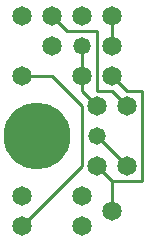
<source format=gtl>
%MOIN*%
%FSLAX25Y25*%
G04 D10 used for Character Trace; *
G04     Circle (OD=.01000) (No hole)*
G04 D11 used for Power Trace; *
G04     Circle (OD=.06700) (No hole)*
G04 D12 used for Signal Trace; *
G04     Circle (OD=.01100) (No hole)*
G04 D13 used for Via; *
G04     Circle (OD=.05800) (Round. Hole ID=.02800)*
G04 D14 used for Component hole; *
G04     Circle (OD=.06500) (Round. Hole ID=.03500)*
G04 D15 used for Component hole; *
G04     Circle (OD=.06700) (Round. Hole ID=.04300)*
G04 D16 used for Component hole; *
G04     Circle (OD=.08100) (Round. Hole ID=.05100)*
G04 D17 used for Component hole; *
G04     Circle (OD=.08900) (Round. Hole ID=.05900)*
G04 D18 used for Component hole; *
G04     Circle (OD=.11300) (Round. Hole ID=.08300)*
G04 D19 used for Component hole; *
G04     Circle (OD=.16000) (Round. Hole ID=.13000)*
G04 D20 used for Component hole; *
G04     Circle (OD=.18300) (Round. Hole ID=.15300)*
G04 D21 used for Component hole; *
G04     Circle (OD=.22291) (Round. Hole ID=.19291)*
%ADD10C,.01000*%
%ADD11C,.06700*%
%ADD12C,.01100*%
%ADD13C,.05800*%
%ADD14C,.06500*%
%ADD15C,.06700*%
%ADD16C,.08100*%
%ADD17C,.08900*%
%ADD18C,.11300*%
%ADD19C,.16000*%
%ADD20C,.18300*%
%ADD21C,.22291*%
%IPPOS*%
%LPD*%
G90*X0Y0D02*D14*X25000Y5000D03*D12*               
X45000Y25000D01*Y45000D01*X35000Y55000D01*        
X25000D01*D14*D03*X35000Y65000D03*D12*            
X40000Y70000D02*X50000D01*Y50000D01*X55000D01*    
X60000Y45000D01*D14*D03*D12*X65000Y20000D02*      
Y50000D01*X55000Y20000D02*X65000D01*              
X55000Y10000D02*Y20000D01*D14*Y10000D03*          
X45000Y15000D03*D12*X55000Y20000D02*              
X50000Y25000D01*D14*D03*X60000D03*D12*            
X50000Y35000D01*D13*D03*D14*Y45000D03*D12*        
X45000Y50000D01*Y55000D01*D14*D03*D12*Y65000D01*  
D13*D03*D12*X40000Y70000D02*X35000Y75000D01*D14*  
D03*X45000D03*X25000D03*X55000Y55000D03*D12*      
X60000Y50000D01*X65000D01*D14*X55000Y65000D03*D12*
Y75000D01*D14*D03*D21*X30000Y35000D03*D14*        
X25000Y15000D03*X45000Y5000D03*M02*               

</source>
